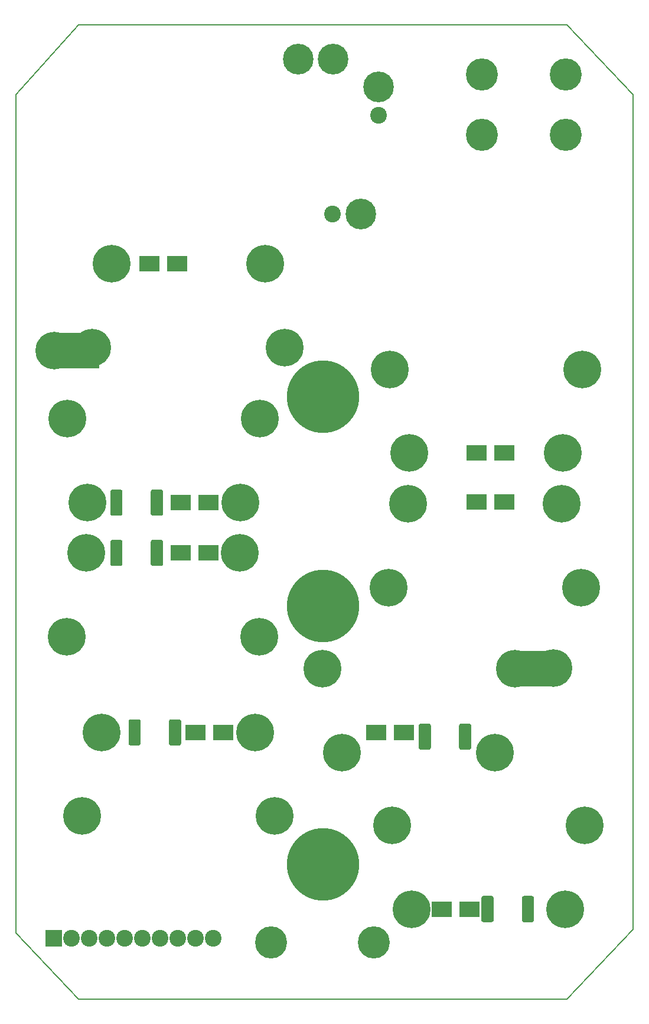
<source format=gbr>
G04 #@! TF.GenerationSoftware,KiCad,Pcbnew,(5.1.0)-1*
G04 #@! TF.CreationDate,2019-05-23T16:07:12+02:00*
G04 #@! TF.ProjectId,relay_card,72656c61-795f-4636-9172-642e6b696361,1.1*
G04 #@! TF.SameCoordinates,Original*
G04 #@! TF.FileFunction,Soldermask,Bot*
G04 #@! TF.FilePolarity,Negative*
%FSLAX46Y46*%
G04 Gerber Fmt 4.6, Leading zero omitted, Abs format (unit mm)*
G04 Created by KiCad (PCBNEW (5.1.0)-1) date 2019-05-23 16:07:12*
%MOMM*%
%LPD*%
G04 APERTURE LIST*
%ADD10C,0.100000*%
%ADD11C,0.150000*%
%ADD12C,5.400000*%
%ADD13C,4.600000*%
%ADD14C,2.400000*%
%ADD15R,2.400000X2.400000*%
%ADD16C,1.750000*%
%ADD17C,4.400000*%
%ADD18C,10.400000*%
%ADD19R,2.900000X2.200000*%
G04 APERTURE END LIST*
D10*
G36*
X29125000Y-64700000D02*
G01*
X22800000Y-64700000D01*
X22950000Y-59700000D01*
X29275000Y-59700000D01*
X29125000Y-64700000D01*
G37*
X29125000Y-64700000D02*
X22800000Y-64700000D01*
X22950000Y-59700000D01*
X29275000Y-59700000D01*
X29125000Y-64700000D01*
G36*
X94800000Y-110200000D02*
G01*
X89300000Y-110200000D01*
X89300000Y-105200000D01*
X94800000Y-105200000D01*
X94800000Y-110200000D01*
G37*
X94800000Y-110200000D02*
X89300000Y-110200000D01*
X89300000Y-105200000D01*
X94800000Y-105200000D01*
X94800000Y-110200000D01*
D11*
X96300000Y-15600000D02*
X105800000Y-25600000D01*
X26300000Y-155100000D02*
X17300000Y-145600000D01*
X96300000Y-155100000D02*
X105800000Y-145100000D01*
X26300000Y-15600000D02*
X17300000Y-25600000D01*
X96300000Y-15600000D02*
X26300000Y-15600000D01*
X105800000Y-145100000D02*
X105800000Y-25600000D01*
X26300000Y-155100000D02*
X96300000Y-155100000D01*
X17300000Y-25600000D02*
X17300000Y-145600000D01*
D12*
X22800000Y-62200000D03*
X94300000Y-107700000D03*
X71200000Y-130200000D03*
X98800000Y-130200000D03*
X96000000Y-142200000D03*
X74000000Y-142200000D03*
X54400000Y-128900000D03*
X26800000Y-128900000D03*
X29600000Y-116900000D03*
X51600000Y-116900000D03*
X55800000Y-61800000D03*
X28200000Y-61800000D03*
X31000000Y-49800000D03*
X53000000Y-49800000D03*
X61200000Y-107800000D03*
X88800000Y-107800000D03*
X86000000Y-119800000D03*
X64000000Y-119800000D03*
X52200000Y-103200000D03*
X24600000Y-103200000D03*
X27400000Y-91200000D03*
X49400000Y-91200000D03*
X24700000Y-72000000D03*
X52300000Y-72000000D03*
X49500000Y-84000000D03*
X27500000Y-84000000D03*
X98300000Y-96200000D03*
X70700000Y-96200000D03*
X73500000Y-84200000D03*
X95500000Y-84200000D03*
X70900000Y-64900000D03*
X98500000Y-64900000D03*
X95700000Y-76900000D03*
X73700000Y-76900000D03*
D13*
X68600000Y-147000000D03*
X53900000Y-147000000D03*
X84100000Y-22700000D03*
X96100000Y-31300000D03*
X84100000Y-31300000D03*
X96100000Y-22700000D03*
D14*
X45560000Y-146400000D03*
X43020000Y-146400000D03*
X40480000Y-146400000D03*
X37940000Y-146400000D03*
X35400000Y-146400000D03*
X32860000Y-146400000D03*
X30320000Y-146400000D03*
X27780000Y-146400000D03*
X25240000Y-146400000D03*
D15*
X22700000Y-146400000D03*
D10*
G36*
X38082692Y-82126561D02*
G01*
X38114151Y-82131227D01*
X38145000Y-82138954D01*
X38174944Y-82149669D01*
X38203694Y-82163266D01*
X38230972Y-82179616D01*
X38256517Y-82198561D01*
X38280081Y-82219919D01*
X38301439Y-82243483D01*
X38320384Y-82269028D01*
X38336734Y-82296306D01*
X38350331Y-82325056D01*
X38361046Y-82355000D01*
X38368773Y-82385849D01*
X38373439Y-82417308D01*
X38375000Y-82449073D01*
X38375000Y-85550927D01*
X38373439Y-85582692D01*
X38368773Y-85614151D01*
X38361046Y-85645000D01*
X38350331Y-85674944D01*
X38336734Y-85703694D01*
X38320384Y-85730972D01*
X38301439Y-85756517D01*
X38280081Y-85780081D01*
X38256517Y-85801439D01*
X38230972Y-85820384D01*
X38203694Y-85836734D01*
X38174944Y-85850331D01*
X38145000Y-85861046D01*
X38114151Y-85868773D01*
X38082692Y-85873439D01*
X38050927Y-85875000D01*
X36949073Y-85875000D01*
X36917308Y-85873439D01*
X36885849Y-85868773D01*
X36855000Y-85861046D01*
X36825056Y-85850331D01*
X36796306Y-85836734D01*
X36769028Y-85820384D01*
X36743483Y-85801439D01*
X36719919Y-85780081D01*
X36698561Y-85756517D01*
X36679616Y-85730972D01*
X36663266Y-85703694D01*
X36649669Y-85674944D01*
X36638954Y-85645000D01*
X36631227Y-85614151D01*
X36626561Y-85582692D01*
X36625000Y-85550927D01*
X36625000Y-82449073D01*
X36626561Y-82417308D01*
X36631227Y-82385849D01*
X36638954Y-82355000D01*
X36649669Y-82325056D01*
X36663266Y-82296306D01*
X36679616Y-82269028D01*
X36698561Y-82243483D01*
X36719919Y-82219919D01*
X36743483Y-82198561D01*
X36769028Y-82179616D01*
X36796306Y-82163266D01*
X36825056Y-82149669D01*
X36855000Y-82138954D01*
X36885849Y-82131227D01*
X36917308Y-82126561D01*
X36949073Y-82125000D01*
X38050927Y-82125000D01*
X38082692Y-82126561D01*
X38082692Y-82126561D01*
G37*
D16*
X37500000Y-84000000D03*
D10*
G36*
X32282692Y-82126561D02*
G01*
X32314151Y-82131227D01*
X32345000Y-82138954D01*
X32374944Y-82149669D01*
X32403694Y-82163266D01*
X32430972Y-82179616D01*
X32456517Y-82198561D01*
X32480081Y-82219919D01*
X32501439Y-82243483D01*
X32520384Y-82269028D01*
X32536734Y-82296306D01*
X32550331Y-82325056D01*
X32561046Y-82355000D01*
X32568773Y-82385849D01*
X32573439Y-82417308D01*
X32575000Y-82449073D01*
X32575000Y-85550927D01*
X32573439Y-85582692D01*
X32568773Y-85614151D01*
X32561046Y-85645000D01*
X32550331Y-85674944D01*
X32536734Y-85703694D01*
X32520384Y-85730972D01*
X32501439Y-85756517D01*
X32480081Y-85780081D01*
X32456517Y-85801439D01*
X32430972Y-85820384D01*
X32403694Y-85836734D01*
X32374944Y-85850331D01*
X32345000Y-85861046D01*
X32314151Y-85868773D01*
X32282692Y-85873439D01*
X32250927Y-85875000D01*
X31149073Y-85875000D01*
X31117308Y-85873439D01*
X31085849Y-85868773D01*
X31055000Y-85861046D01*
X31025056Y-85850331D01*
X30996306Y-85836734D01*
X30969028Y-85820384D01*
X30943483Y-85801439D01*
X30919919Y-85780081D01*
X30898561Y-85756517D01*
X30879616Y-85730972D01*
X30863266Y-85703694D01*
X30849669Y-85674944D01*
X30838954Y-85645000D01*
X30831227Y-85614151D01*
X30826561Y-85582692D01*
X30825000Y-85550927D01*
X30825000Y-82449073D01*
X30826561Y-82417308D01*
X30831227Y-82385849D01*
X30838954Y-82355000D01*
X30849669Y-82325056D01*
X30863266Y-82296306D01*
X30879616Y-82269028D01*
X30898561Y-82243483D01*
X30919919Y-82219919D01*
X30943483Y-82198561D01*
X30969028Y-82179616D01*
X30996306Y-82163266D01*
X31025056Y-82149669D01*
X31055000Y-82138954D01*
X31085849Y-82131227D01*
X31117308Y-82126561D01*
X31149073Y-82125000D01*
X32250927Y-82125000D01*
X32282692Y-82126561D01*
X32282692Y-82126561D01*
G37*
D16*
X31700000Y-84000000D03*
D17*
X57800000Y-20500000D03*
X62800000Y-20500000D03*
D18*
X61300000Y-135800000D03*
X61300000Y-98800000D03*
X61300000Y-68800000D03*
D10*
G36*
X40682692Y-115026561D02*
G01*
X40714151Y-115031227D01*
X40745000Y-115038954D01*
X40774944Y-115049669D01*
X40803694Y-115063266D01*
X40830972Y-115079616D01*
X40856517Y-115098561D01*
X40880081Y-115119919D01*
X40901439Y-115143483D01*
X40920384Y-115169028D01*
X40936734Y-115196306D01*
X40950331Y-115225056D01*
X40961046Y-115255000D01*
X40968773Y-115285849D01*
X40973439Y-115317308D01*
X40975000Y-115349073D01*
X40975000Y-118450927D01*
X40973439Y-118482692D01*
X40968773Y-118514151D01*
X40961046Y-118545000D01*
X40950331Y-118574944D01*
X40936734Y-118603694D01*
X40920384Y-118630972D01*
X40901439Y-118656517D01*
X40880081Y-118680081D01*
X40856517Y-118701439D01*
X40830972Y-118720384D01*
X40803694Y-118736734D01*
X40774944Y-118750331D01*
X40745000Y-118761046D01*
X40714151Y-118768773D01*
X40682692Y-118773439D01*
X40650927Y-118775000D01*
X39549073Y-118775000D01*
X39517308Y-118773439D01*
X39485849Y-118768773D01*
X39455000Y-118761046D01*
X39425056Y-118750331D01*
X39396306Y-118736734D01*
X39369028Y-118720384D01*
X39343483Y-118701439D01*
X39319919Y-118680081D01*
X39298561Y-118656517D01*
X39279616Y-118630972D01*
X39263266Y-118603694D01*
X39249669Y-118574944D01*
X39238954Y-118545000D01*
X39231227Y-118514151D01*
X39226561Y-118482692D01*
X39225000Y-118450927D01*
X39225000Y-115349073D01*
X39226561Y-115317308D01*
X39231227Y-115285849D01*
X39238954Y-115255000D01*
X39249669Y-115225056D01*
X39263266Y-115196306D01*
X39279616Y-115169028D01*
X39298561Y-115143483D01*
X39319919Y-115119919D01*
X39343483Y-115098561D01*
X39369028Y-115079616D01*
X39396306Y-115063266D01*
X39425056Y-115049669D01*
X39455000Y-115038954D01*
X39485849Y-115031227D01*
X39517308Y-115026561D01*
X39549073Y-115025000D01*
X40650927Y-115025000D01*
X40682692Y-115026561D01*
X40682692Y-115026561D01*
G37*
D16*
X40100000Y-116900000D03*
D10*
G36*
X34882692Y-115026561D02*
G01*
X34914151Y-115031227D01*
X34945000Y-115038954D01*
X34974944Y-115049669D01*
X35003694Y-115063266D01*
X35030972Y-115079616D01*
X35056517Y-115098561D01*
X35080081Y-115119919D01*
X35101439Y-115143483D01*
X35120384Y-115169028D01*
X35136734Y-115196306D01*
X35150331Y-115225056D01*
X35161046Y-115255000D01*
X35168773Y-115285849D01*
X35173439Y-115317308D01*
X35175000Y-115349073D01*
X35175000Y-118450927D01*
X35173439Y-118482692D01*
X35168773Y-118514151D01*
X35161046Y-118545000D01*
X35150331Y-118574944D01*
X35136734Y-118603694D01*
X35120384Y-118630972D01*
X35101439Y-118656517D01*
X35080081Y-118680081D01*
X35056517Y-118701439D01*
X35030972Y-118720384D01*
X35003694Y-118736734D01*
X34974944Y-118750331D01*
X34945000Y-118761046D01*
X34914151Y-118768773D01*
X34882692Y-118773439D01*
X34850927Y-118775000D01*
X33749073Y-118775000D01*
X33717308Y-118773439D01*
X33685849Y-118768773D01*
X33655000Y-118761046D01*
X33625056Y-118750331D01*
X33596306Y-118736734D01*
X33569028Y-118720384D01*
X33543483Y-118701439D01*
X33519919Y-118680081D01*
X33498561Y-118656517D01*
X33479616Y-118630972D01*
X33463266Y-118603694D01*
X33449669Y-118574944D01*
X33438954Y-118545000D01*
X33431227Y-118514151D01*
X33426561Y-118482692D01*
X33425000Y-118450927D01*
X33425000Y-115349073D01*
X33426561Y-115317308D01*
X33431227Y-115285849D01*
X33438954Y-115255000D01*
X33449669Y-115225056D01*
X33463266Y-115196306D01*
X33479616Y-115169028D01*
X33498561Y-115143483D01*
X33519919Y-115119919D01*
X33543483Y-115098561D01*
X33569028Y-115079616D01*
X33596306Y-115063266D01*
X33625056Y-115049669D01*
X33655000Y-115038954D01*
X33685849Y-115031227D01*
X33717308Y-115026561D01*
X33749073Y-115025000D01*
X34850927Y-115025000D01*
X34882692Y-115026561D01*
X34882692Y-115026561D01*
G37*
D16*
X34300000Y-116900000D03*
D10*
G36*
X38082692Y-89326561D02*
G01*
X38114151Y-89331227D01*
X38145000Y-89338954D01*
X38174944Y-89349669D01*
X38203694Y-89363266D01*
X38230972Y-89379616D01*
X38256517Y-89398561D01*
X38280081Y-89419919D01*
X38301439Y-89443483D01*
X38320384Y-89469028D01*
X38336734Y-89496306D01*
X38350331Y-89525056D01*
X38361046Y-89555000D01*
X38368773Y-89585849D01*
X38373439Y-89617308D01*
X38375000Y-89649073D01*
X38375000Y-92750927D01*
X38373439Y-92782692D01*
X38368773Y-92814151D01*
X38361046Y-92845000D01*
X38350331Y-92874944D01*
X38336734Y-92903694D01*
X38320384Y-92930972D01*
X38301439Y-92956517D01*
X38280081Y-92980081D01*
X38256517Y-93001439D01*
X38230972Y-93020384D01*
X38203694Y-93036734D01*
X38174944Y-93050331D01*
X38145000Y-93061046D01*
X38114151Y-93068773D01*
X38082692Y-93073439D01*
X38050927Y-93075000D01*
X36949073Y-93075000D01*
X36917308Y-93073439D01*
X36885849Y-93068773D01*
X36855000Y-93061046D01*
X36825056Y-93050331D01*
X36796306Y-93036734D01*
X36769028Y-93020384D01*
X36743483Y-93001439D01*
X36719919Y-92980081D01*
X36698561Y-92956517D01*
X36679616Y-92930972D01*
X36663266Y-92903694D01*
X36649669Y-92874944D01*
X36638954Y-92845000D01*
X36631227Y-92814151D01*
X36626561Y-92782692D01*
X36625000Y-92750927D01*
X36625000Y-89649073D01*
X36626561Y-89617308D01*
X36631227Y-89585849D01*
X36638954Y-89555000D01*
X36649669Y-89525056D01*
X36663266Y-89496306D01*
X36679616Y-89469028D01*
X36698561Y-89443483D01*
X36719919Y-89419919D01*
X36743483Y-89398561D01*
X36769028Y-89379616D01*
X36796306Y-89363266D01*
X36825056Y-89349669D01*
X36855000Y-89338954D01*
X36885849Y-89331227D01*
X36917308Y-89326561D01*
X36949073Y-89325000D01*
X38050927Y-89325000D01*
X38082692Y-89326561D01*
X38082692Y-89326561D01*
G37*
D16*
X37500000Y-91200000D03*
D10*
G36*
X32282692Y-89326561D02*
G01*
X32314151Y-89331227D01*
X32345000Y-89338954D01*
X32374944Y-89349669D01*
X32403694Y-89363266D01*
X32430972Y-89379616D01*
X32456517Y-89398561D01*
X32480081Y-89419919D01*
X32501439Y-89443483D01*
X32520384Y-89469028D01*
X32536734Y-89496306D01*
X32550331Y-89525056D01*
X32561046Y-89555000D01*
X32568773Y-89585849D01*
X32573439Y-89617308D01*
X32575000Y-89649073D01*
X32575000Y-92750927D01*
X32573439Y-92782692D01*
X32568773Y-92814151D01*
X32561046Y-92845000D01*
X32550331Y-92874944D01*
X32536734Y-92903694D01*
X32520384Y-92930972D01*
X32501439Y-92956517D01*
X32480081Y-92980081D01*
X32456517Y-93001439D01*
X32430972Y-93020384D01*
X32403694Y-93036734D01*
X32374944Y-93050331D01*
X32345000Y-93061046D01*
X32314151Y-93068773D01*
X32282692Y-93073439D01*
X32250927Y-93075000D01*
X31149073Y-93075000D01*
X31117308Y-93073439D01*
X31085849Y-93068773D01*
X31055000Y-93061046D01*
X31025056Y-93050331D01*
X30996306Y-93036734D01*
X30969028Y-93020384D01*
X30943483Y-93001439D01*
X30919919Y-92980081D01*
X30898561Y-92956517D01*
X30879616Y-92930972D01*
X30863266Y-92903694D01*
X30849669Y-92874944D01*
X30838954Y-92845000D01*
X30831227Y-92814151D01*
X30826561Y-92782692D01*
X30825000Y-92750927D01*
X30825000Y-89649073D01*
X30826561Y-89617308D01*
X30831227Y-89585849D01*
X30838954Y-89555000D01*
X30849669Y-89525056D01*
X30863266Y-89496306D01*
X30879616Y-89469028D01*
X30898561Y-89443483D01*
X30919919Y-89419919D01*
X30943483Y-89398561D01*
X30969028Y-89379616D01*
X30996306Y-89363266D01*
X31025056Y-89349669D01*
X31055000Y-89338954D01*
X31085849Y-89331227D01*
X31117308Y-89326561D01*
X31149073Y-89325000D01*
X32250927Y-89325000D01*
X32282692Y-89326561D01*
X32282692Y-89326561D01*
G37*
D16*
X31700000Y-91200000D03*
D10*
G36*
X85482692Y-140326561D02*
G01*
X85514151Y-140331227D01*
X85545000Y-140338954D01*
X85574944Y-140349669D01*
X85603694Y-140363266D01*
X85630972Y-140379616D01*
X85656517Y-140398561D01*
X85680081Y-140419919D01*
X85701439Y-140443483D01*
X85720384Y-140469028D01*
X85736734Y-140496306D01*
X85750331Y-140525056D01*
X85761046Y-140555000D01*
X85768773Y-140585849D01*
X85773439Y-140617308D01*
X85775000Y-140649073D01*
X85775000Y-143750927D01*
X85773439Y-143782692D01*
X85768773Y-143814151D01*
X85761046Y-143845000D01*
X85750331Y-143874944D01*
X85736734Y-143903694D01*
X85720384Y-143930972D01*
X85701439Y-143956517D01*
X85680081Y-143980081D01*
X85656517Y-144001439D01*
X85630972Y-144020384D01*
X85603694Y-144036734D01*
X85574944Y-144050331D01*
X85545000Y-144061046D01*
X85514151Y-144068773D01*
X85482692Y-144073439D01*
X85450927Y-144075000D01*
X84349073Y-144075000D01*
X84317308Y-144073439D01*
X84285849Y-144068773D01*
X84255000Y-144061046D01*
X84225056Y-144050331D01*
X84196306Y-144036734D01*
X84169028Y-144020384D01*
X84143483Y-144001439D01*
X84119919Y-143980081D01*
X84098561Y-143956517D01*
X84079616Y-143930972D01*
X84063266Y-143903694D01*
X84049669Y-143874944D01*
X84038954Y-143845000D01*
X84031227Y-143814151D01*
X84026561Y-143782692D01*
X84025000Y-143750927D01*
X84025000Y-140649073D01*
X84026561Y-140617308D01*
X84031227Y-140585849D01*
X84038954Y-140555000D01*
X84049669Y-140525056D01*
X84063266Y-140496306D01*
X84079616Y-140469028D01*
X84098561Y-140443483D01*
X84119919Y-140419919D01*
X84143483Y-140398561D01*
X84169028Y-140379616D01*
X84196306Y-140363266D01*
X84225056Y-140349669D01*
X84255000Y-140338954D01*
X84285849Y-140331227D01*
X84317308Y-140326561D01*
X84349073Y-140325000D01*
X85450927Y-140325000D01*
X85482692Y-140326561D01*
X85482692Y-140326561D01*
G37*
D16*
X84900000Y-142200000D03*
D10*
G36*
X91282692Y-140326561D02*
G01*
X91314151Y-140331227D01*
X91345000Y-140338954D01*
X91374944Y-140349669D01*
X91403694Y-140363266D01*
X91430972Y-140379616D01*
X91456517Y-140398561D01*
X91480081Y-140419919D01*
X91501439Y-140443483D01*
X91520384Y-140469028D01*
X91536734Y-140496306D01*
X91550331Y-140525056D01*
X91561046Y-140555000D01*
X91568773Y-140585849D01*
X91573439Y-140617308D01*
X91575000Y-140649073D01*
X91575000Y-143750927D01*
X91573439Y-143782692D01*
X91568773Y-143814151D01*
X91561046Y-143845000D01*
X91550331Y-143874944D01*
X91536734Y-143903694D01*
X91520384Y-143930972D01*
X91501439Y-143956517D01*
X91480081Y-143980081D01*
X91456517Y-144001439D01*
X91430972Y-144020384D01*
X91403694Y-144036734D01*
X91374944Y-144050331D01*
X91345000Y-144061046D01*
X91314151Y-144068773D01*
X91282692Y-144073439D01*
X91250927Y-144075000D01*
X90149073Y-144075000D01*
X90117308Y-144073439D01*
X90085849Y-144068773D01*
X90055000Y-144061046D01*
X90025056Y-144050331D01*
X89996306Y-144036734D01*
X89969028Y-144020384D01*
X89943483Y-144001439D01*
X89919919Y-143980081D01*
X89898561Y-143956517D01*
X89879616Y-143930972D01*
X89863266Y-143903694D01*
X89849669Y-143874944D01*
X89838954Y-143845000D01*
X89831227Y-143814151D01*
X89826561Y-143782692D01*
X89825000Y-143750927D01*
X89825000Y-140649073D01*
X89826561Y-140617308D01*
X89831227Y-140585849D01*
X89838954Y-140555000D01*
X89849669Y-140525056D01*
X89863266Y-140496306D01*
X89879616Y-140469028D01*
X89898561Y-140443483D01*
X89919919Y-140419919D01*
X89943483Y-140398561D01*
X89969028Y-140379616D01*
X89996306Y-140363266D01*
X90025056Y-140349669D01*
X90055000Y-140338954D01*
X90085849Y-140331227D01*
X90117308Y-140326561D01*
X90149073Y-140325000D01*
X91250927Y-140325000D01*
X91282692Y-140326561D01*
X91282692Y-140326561D01*
G37*
D16*
X90700000Y-142200000D03*
D10*
G36*
X76482692Y-115626561D02*
G01*
X76514151Y-115631227D01*
X76545000Y-115638954D01*
X76574944Y-115649669D01*
X76603694Y-115663266D01*
X76630972Y-115679616D01*
X76656517Y-115698561D01*
X76680081Y-115719919D01*
X76701439Y-115743483D01*
X76720384Y-115769028D01*
X76736734Y-115796306D01*
X76750331Y-115825056D01*
X76761046Y-115855000D01*
X76768773Y-115885849D01*
X76773439Y-115917308D01*
X76775000Y-115949073D01*
X76775000Y-119050927D01*
X76773439Y-119082692D01*
X76768773Y-119114151D01*
X76761046Y-119145000D01*
X76750331Y-119174944D01*
X76736734Y-119203694D01*
X76720384Y-119230972D01*
X76701439Y-119256517D01*
X76680081Y-119280081D01*
X76656517Y-119301439D01*
X76630972Y-119320384D01*
X76603694Y-119336734D01*
X76574944Y-119350331D01*
X76545000Y-119361046D01*
X76514151Y-119368773D01*
X76482692Y-119373439D01*
X76450927Y-119375000D01*
X75349073Y-119375000D01*
X75317308Y-119373439D01*
X75285849Y-119368773D01*
X75255000Y-119361046D01*
X75225056Y-119350331D01*
X75196306Y-119336734D01*
X75169028Y-119320384D01*
X75143483Y-119301439D01*
X75119919Y-119280081D01*
X75098561Y-119256517D01*
X75079616Y-119230972D01*
X75063266Y-119203694D01*
X75049669Y-119174944D01*
X75038954Y-119145000D01*
X75031227Y-119114151D01*
X75026561Y-119082692D01*
X75025000Y-119050927D01*
X75025000Y-115949073D01*
X75026561Y-115917308D01*
X75031227Y-115885849D01*
X75038954Y-115855000D01*
X75049669Y-115825056D01*
X75063266Y-115796306D01*
X75079616Y-115769028D01*
X75098561Y-115743483D01*
X75119919Y-115719919D01*
X75143483Y-115698561D01*
X75169028Y-115679616D01*
X75196306Y-115663266D01*
X75225056Y-115649669D01*
X75255000Y-115638954D01*
X75285849Y-115631227D01*
X75317308Y-115626561D01*
X75349073Y-115625000D01*
X76450927Y-115625000D01*
X76482692Y-115626561D01*
X76482692Y-115626561D01*
G37*
D16*
X75900000Y-117500000D03*
D10*
G36*
X82282692Y-115626561D02*
G01*
X82314151Y-115631227D01*
X82345000Y-115638954D01*
X82374944Y-115649669D01*
X82403694Y-115663266D01*
X82430972Y-115679616D01*
X82456517Y-115698561D01*
X82480081Y-115719919D01*
X82501439Y-115743483D01*
X82520384Y-115769028D01*
X82536734Y-115796306D01*
X82550331Y-115825056D01*
X82561046Y-115855000D01*
X82568773Y-115885849D01*
X82573439Y-115917308D01*
X82575000Y-115949073D01*
X82575000Y-119050927D01*
X82573439Y-119082692D01*
X82568773Y-119114151D01*
X82561046Y-119145000D01*
X82550331Y-119174944D01*
X82536734Y-119203694D01*
X82520384Y-119230972D01*
X82501439Y-119256517D01*
X82480081Y-119280081D01*
X82456517Y-119301439D01*
X82430972Y-119320384D01*
X82403694Y-119336734D01*
X82374944Y-119350331D01*
X82345000Y-119361046D01*
X82314151Y-119368773D01*
X82282692Y-119373439D01*
X82250927Y-119375000D01*
X81149073Y-119375000D01*
X81117308Y-119373439D01*
X81085849Y-119368773D01*
X81055000Y-119361046D01*
X81025056Y-119350331D01*
X80996306Y-119336734D01*
X80969028Y-119320384D01*
X80943483Y-119301439D01*
X80919919Y-119280081D01*
X80898561Y-119256517D01*
X80879616Y-119230972D01*
X80863266Y-119203694D01*
X80849669Y-119174944D01*
X80838954Y-119145000D01*
X80831227Y-119114151D01*
X80826561Y-119082692D01*
X80825000Y-119050927D01*
X80825000Y-115949073D01*
X80826561Y-115917308D01*
X80831227Y-115885849D01*
X80838954Y-115855000D01*
X80849669Y-115825056D01*
X80863266Y-115796306D01*
X80879616Y-115769028D01*
X80898561Y-115743483D01*
X80919919Y-115719919D01*
X80943483Y-115698561D01*
X80969028Y-115679616D01*
X80996306Y-115663266D01*
X81025056Y-115649669D01*
X81055000Y-115638954D01*
X81085849Y-115631227D01*
X81117308Y-115626561D01*
X81149073Y-115625000D01*
X82250927Y-115625000D01*
X82282692Y-115626561D01*
X82282692Y-115626561D01*
G37*
D16*
X81700000Y-117500000D03*
D17*
X66700000Y-42700000D03*
D14*
X62700000Y-42700000D03*
D17*
X69300000Y-24500000D03*
D14*
X69300000Y-28500000D03*
D19*
X43000000Y-116900000D03*
X47000000Y-116900000D03*
X40900000Y-91200000D03*
X44900000Y-91200000D03*
X40900000Y-84000000D03*
X44900000Y-84000000D03*
X82300000Y-142200000D03*
X78300000Y-142200000D03*
X87300000Y-83900000D03*
X83300000Y-83900000D03*
X87300000Y-76900000D03*
X83300000Y-76900000D03*
X36400000Y-49800000D03*
X40400000Y-49800000D03*
X72900000Y-116900000D03*
X68900000Y-116900000D03*
M02*

</source>
